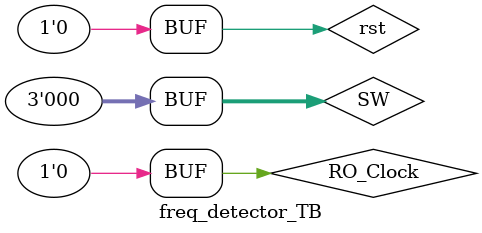
<source format=v>
`timescale 1ns/1ns

module freq_detector_TB();

  reg RO_Clock = 1'b0;
  reg rst = 1'b0;
  reg [2:0] SW = 3'b000;
  wire Clk_to_WG;

  frequence_detector fd1(RO_Clock, rst, SW, Clk_to_WG);

  initial
  begin
    repeat(100)
      #20 RO_Clock = ~RO_Clock;
  end

  initial
  begin
    #10 rst = 1'b1;
    #20 rst = 1'b0;
  end

endmodule
</source>
